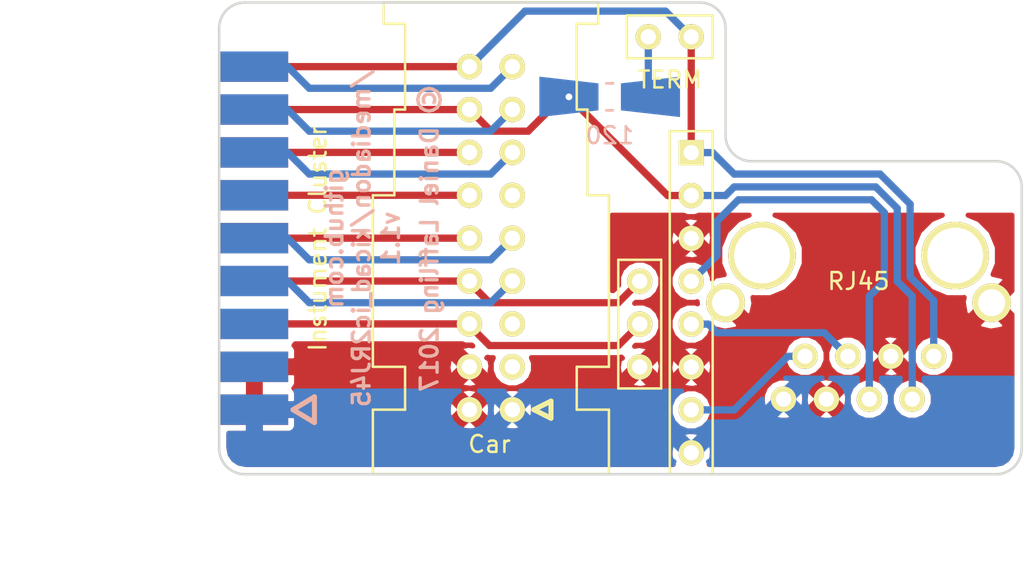
<source format=kicad_pcb>
(kicad_pcb (version 4) (host pcbnew 4.0.2-stable)

  (general
    (links 37)
    (no_connects 0)
    (area 23.800999 23.546999 71.449001 51.637001)
    (thickness 1.6)
    (drawings 17)
    (tracks 78)
    (zones 0)
    (modules 7)
    (nets 25)
  )

  (page A4)
  (layers
    (0 F.Cu signal)
    (31 B.Cu signal)
    (32 B.Adhes user)
    (33 F.Adhes user)
    (34 B.Paste user)
    (35 F.Paste user)
    (36 B.SilkS user)
    (37 F.SilkS user)
    (38 B.Mask user)
    (39 F.Mask user)
    (40 Dwgs.User user)
    (41 Cmts.User user)
    (42 Eco1.User user)
    (43 Eco2.User user)
    (44 Edge.Cuts user)
    (45 Margin user)
    (46 B.CrtYd user)
    (47 F.CrtYd user)
    (48 B.Fab user)
    (49 F.Fab user)
  )

  (setup
    (last_trace_width 0.25)
    (user_trace_width 0.3)
    (user_trace_width 0.4)
    (user_trace_width 0.43)
    (user_trace_width 1)
    (trace_clearance 0.2)
    (zone_clearance 0.35)
    (zone_45_only no)
    (trace_min 0.2)
    (segment_width 0.2)
    (edge_width 0.15)
    (via_size 0.6)
    (via_drill 0.4)
    (via_min_size 0.4)
    (via_min_drill 0.3)
    (user_via 0.5 0.3)
    (user_via 0.6 0.4)
    (uvia_size 0.3)
    (uvia_drill 0.1)
    (uvias_allowed no)
    (uvia_min_size 0.2)
    (uvia_min_drill 0.1)
    (pcb_text_width 0.3)
    (pcb_text_size 1.5 1.5)
    (mod_edge_width 0.15)
    (mod_text_size 1 1)
    (mod_text_width 0.15)
    (pad_size 3.50012 1.99898)
    (pad_drill 0.9)
    (pad_to_mask_clearance 0.2)
    (aux_axis_origin 0 0)
    (visible_elements FFFFFF7F)
    (pcbplotparams
      (layerselection 0x00030_80000001)
      (usegerberextensions false)
      (excludeedgelayer true)
      (linewidth 0.100000)
      (plotframeref false)
      (viasonmask false)
      (mode 1)
      (useauxorigin false)
      (hpglpennumber 1)
      (hpglpenspeed 20)
      (hpglpendiameter 15)
      (hpglpenoverlay 2)
      (psnegative false)
      (psa4output false)
      (plotreference true)
      (plotvalue true)
      (plotinvisibletext false)
      (padsonsilk false)
      (subtractmaskfromsilk false)
      (outputformat 1)
      (mirror false)
      (drillshape 1)
      (scaleselection 1)
      (outputdirectory ""))
  )

  (net 0 "")
  (net 1 VCC)
  (net 2 "Net-(CONN1-Pad2)")
  (net 3 "Net-(CONN1-Pad3)")
  (net 4 "Net-(CONN1-Pad4)")
  (net 5 "Net-(CONN1-Pad5)")
  (net 6 "Net-(CONN1-Pad6)")
  (net 7 "Net-(CONN1-Pad7)")
  (net 8 "Net-(CONN1-Pad8)")
  (net 9 "Net-(CONN1-Pad9)")
  (net 10 GND)
  (net 11 "Net-(CONN1-Pad12)")
  (net 12 "Net-(CONN1-Pad13)")
  (net 13 "Net-(CONN1-Pad14)")
  (net 14 "Net-(CONN1-Pad15)")
  (net 15 "Net-(CONN1-Pad16)")
  (net 16 "Net-(CONN1-Pad17)")
  (net 17 "Net-(CONN1-Pad18)")
  (net 18 "Net-(CONN2-Pad2)")
  (net 19 "Net-(CONN2-Pad3)")
  (net 20 "Net-(CONN2-Pad6)")
  (net 21 "Net-(J1-Pad4)")
  (net 22 "Net-(J1-Pad5)")
  (net 23 "Net-(J1-Pad7)")
  (net 24 "Net-(P2-Pad1)")

  (net_class Default "This is the default net class."
    (clearance 0.2)
    (trace_width 0.25)
    (via_dia 0.6)
    (via_drill 0.4)
    (uvia_dia 0.3)
    (uvia_drill 0.1)
    (add_net GND)
    (add_net "Net-(CONN1-Pad12)")
    (add_net "Net-(CONN1-Pad13)")
    (add_net "Net-(CONN1-Pad14)")
    (add_net "Net-(CONN1-Pad15)")
    (add_net "Net-(CONN1-Pad16)")
    (add_net "Net-(CONN1-Pad17)")
    (add_net "Net-(CONN1-Pad18)")
    (add_net "Net-(CONN1-Pad2)")
    (add_net "Net-(CONN1-Pad3)")
    (add_net "Net-(CONN1-Pad4)")
    (add_net "Net-(CONN1-Pad5)")
    (add_net "Net-(CONN1-Pad6)")
    (add_net "Net-(CONN1-Pad7)")
    (add_net "Net-(CONN1-Pad8)")
    (add_net "Net-(CONN1-Pad9)")
    (add_net "Net-(CONN2-Pad2)")
    (add_net "Net-(CONN2-Pad3)")
    (add_net "Net-(CONN2-Pad6)")
    (add_net "Net-(J1-Pad4)")
    (add_net "Net-(J1-Pad5)")
    (add_net "Net-(J1-Pad7)")
    (add_net "Net-(P2-Pad1)")
    (add_net VCC)
  )

  (module IC_CONN_02x09:IC_CONN_02x09 (layer F.Cu) (tedit 58924825) (tstamp 58920B30)
    (at 39.96 37.58)
    (path /5892012A)
    (fp_text reference . (at -0.082 -9.386) (layer F.SilkS) hide
      (effects (font (size 1 1) (thickness 0.15)))
    )
    (fp_text value Car (at -0.082 12.204) (layer F.SilkS)
      (effects (font (size 1 1) (thickness 0.15)))
    )
    (fp_line (start -6.985 13.97) (end 6.985 13.97) (layer F.SilkS) (width 0.15))
    (fp_line (start 6.985 13.97) (end 6.985 10.16) (layer F.SilkS) (width 0.15))
    (fp_line (start 6.985 10.16) (end 5.08 10.16) (layer F.SilkS) (width 0.15))
    (fp_line (start 5.08 10.16) (end 5.08 7.62) (layer F.SilkS) (width 0.15))
    (fp_line (start 5.08 7.62) (end 6.985 7.62) (layer F.SilkS) (width 0.15))
    (fp_line (start 6.985 7.62) (end 6.985 -2.54) (layer F.SilkS) (width 0.15))
    (fp_line (start 6.985 -2.54) (end 5.715 -2.54) (layer F.SilkS) (width 0.15))
    (fp_line (start 5.715 -2.54) (end 5.715 -7.62) (layer F.SilkS) (width 0.15))
    (fp_line (start 5.715 -7.62) (end 5.08 -7.62) (layer F.SilkS) (width 0.15))
    (fp_line (start 5.08 -7.62) (end 5.08 -12.7) (layer F.SilkS) (width 0.15))
    (fp_line (start 5.08 -12.7) (end 6.35 -12.7) (layer F.SilkS) (width 0.15))
    (fp_line (start 6.35 -12.7) (end 6.35 -13.97) (layer F.SilkS) (width 0.15))
    (fp_line (start 6.35 -13.97) (end -6.35 -13.97) (layer F.SilkS) (width 0.15))
    (fp_line (start -6.35 -13.97) (end -6.35 -12.7) (layer F.SilkS) (width 0.15))
    (fp_line (start -6.35 -12.7) (end -5.08 -12.7) (layer F.SilkS) (width 0.15))
    (fp_line (start -5.08 -12.7) (end -5.08 -7.62) (layer F.SilkS) (width 0.15))
    (fp_line (start -5.08 -7.62) (end -5.715 -7.62) (layer F.SilkS) (width 0.15))
    (fp_line (start -5.715 -7.62) (end -5.715 -2.54) (layer F.SilkS) (width 0.15))
    (fp_line (start -5.715 -2.54) (end -6.985 -2.54) (layer F.SilkS) (width 0.15))
    (fp_line (start -6.985 -2.54) (end -6.985 7.62) (layer F.SilkS) (width 0.15))
    (fp_line (start -6.985 7.62) (end -5.08 7.62) (layer F.SilkS) (width 0.15))
    (fp_line (start -5.08 7.62) (end -5.08 10.16) (layer F.SilkS) (width 0.15))
    (fp_line (start -5.08 10.16) (end -6.985 10.16) (layer F.SilkS) (width 0.15))
    (fp_line (start -6.985 10.16) (end -6.985 13.97) (layer F.SilkS) (width 0.15))
    (fp_line (start 2.54 10.16) (end 3.556 9.652) (layer F.SilkS) (width 0.3))
    (fp_line (start 3.556 9.652) (end 3.556 10.668) (layer F.SilkS) (width 0.3))
    (fp_line (start 3.556 10.668) (end 2.54 10.16) (layer F.SilkS) (width 0.3))
    (pad 1 thru_hole circle (at 1.27 10.16) (size 1.5 1.5) (drill 0.9) (layers *.Cu *.Mask F.SilkS)
      (net 1 VCC))
    (pad 2 thru_hole circle (at 1.27 7.62) (size 1.5 1.5) (drill 0.9) (layers *.Cu *.Mask F.SilkS)
      (net 2 "Net-(CONN1-Pad2)"))
    (pad 3 thru_hole circle (at 1.27 5.08) (size 1.5 1.5) (drill 0.9) (layers *.Cu *.Mask F.SilkS)
      (net 3 "Net-(CONN1-Pad3)"))
    (pad 4 thru_hole circle (at 1.27 2.54) (size 1.5 1.5) (drill 0.9) (layers *.Cu *.Mask F.SilkS)
      (net 4 "Net-(CONN1-Pad4)"))
    (pad 5 thru_hole circle (at 1.27 0) (size 1.5 1.5) (drill 0.9) (layers *.Cu *.Mask F.SilkS)
      (net 5 "Net-(CONN1-Pad5)"))
    (pad 6 thru_hole circle (at 1.27 -2.54) (size 1.5 1.5) (drill 0.9) (layers *.Cu *.Mask F.SilkS)
      (net 6 "Net-(CONN1-Pad6)"))
    (pad 7 thru_hole circle (at 1.27 -5.08) (size 1.5 1.5) (drill 0.9) (layers *.Cu *.Mask F.SilkS)
      (net 7 "Net-(CONN1-Pad7)"))
    (pad 8 thru_hole circle (at 1.27 -7.62) (size 1.5 1.5) (drill 0.9) (layers *.Cu *.Mask F.SilkS)
      (net 8 "Net-(CONN1-Pad8)"))
    (pad 9 thru_hole circle (at 1.27 -10.16) (size 1.5 1.5) (drill 0.9) (layers *.Cu *.Mask F.SilkS)
      (net 9 "Net-(CONN1-Pad9)"))
    (pad 10 thru_hole circle (at -1.27 10.16) (size 1.5 1.5) (drill 0.9) (layers *.Cu *.Mask F.SilkS)
      (net 10 GND))
    (pad 11 thru_hole circle (at -1.27 7.62) (size 1.5 1.5) (drill 0.9) (layers *.Cu *.Mask F.SilkS)
      (net 10 GND))
    (pad 12 thru_hole circle (at -1.27 5.08) (size 1.5 1.5) (drill 0.9) (layers *.Cu *.Mask F.SilkS)
      (net 11 "Net-(CONN1-Pad12)"))
    (pad 13 thru_hole circle (at -1.27 2.54) (size 1.5 1.5) (drill 0.9) (layers *.Cu *.Mask F.SilkS)
      (net 12 "Net-(CONN1-Pad13)"))
    (pad 14 thru_hole circle (at -1.27 0) (size 1.5 1.5) (drill 0.9) (layers *.Cu *.Mask F.SilkS)
      (net 13 "Net-(CONN1-Pad14)"))
    (pad 15 thru_hole circle (at -1.27 -2.54) (size 1.5 1.5) (drill 0.9) (layers *.Cu *.Mask F.SilkS)
      (net 14 "Net-(CONN1-Pad15)"))
    (pad 16 thru_hole circle (at -1.27 -5.08) (size 1.5 1.5) (drill 0.9) (layers *.Cu *.Mask F.SilkS)
      (net 15 "Net-(CONN1-Pad16)"))
    (pad 17 thru_hole circle (at -1.27 -7.62) (size 1.5 1.5) (drill 0.9) (layers *.Cu *.Mask F.SilkS)
      (net 16 "Net-(CONN1-Pad17)"))
    (pad 18 thru_hole circle (at -1.27 -10.16) (size 1.5 1.5) (drill 0.9) (layers *.Cu *.Mask F.SilkS)
      (net 17 "Net-(CONN1-Pad18)"))
  )

  (module RJ45_Pollin:RJ45_Pollin (layer F.Cu) (tedit 589245BC) (tstamp 58923DC8)
    (at 61.722 40.132 180)
    (path /5891FAD6)
    (fp_text reference J1 (at 0 -12.7 180) (layer F.SilkS) hide
      (effects (font (size 1 1) (thickness 0.15)))
    )
    (fp_text value RJ45 (at 0 0 180) (layer F.SilkS)
      (effects (font (size 1 1) (thickness 0.15)))
    )
    (fp_line (start 6.985 3.175) (end 6.985 3.175) (layer F.SilkS) (width 0.15))
    (pad 1 thru_hole circle (at -4.445 -4.445 180) (size 1.5 1.5) (drill 0.9) (layers *.Cu *.Mask F.SilkS)
      (net 17 "Net-(CONN1-Pad18)"))
    (pad 2 thru_hole circle (at -3.175 -6.985 180) (size 1.5 1.5) (drill 0.9) (layers *.Cu *.Mask F.SilkS)
      (net 16 "Net-(CONN1-Pad17)"))
    (pad 3 thru_hole circle (at -1.905 -4.445 180) (size 1.5 1.5) (drill 0.9) (layers *.Cu *.Mask F.SilkS)
      (net 10 GND))
    (pad 4 thru_hole circle (at -0.635 -6.985 180) (size 1.5 1.5) (drill 0.9) (layers *.Cu *.Mask F.SilkS)
      (net 21 "Net-(J1-Pad4)"))
    (pad 5 thru_hole circle (at 0.635 -4.445 180) (size 1.5 1.5) (drill 0.9) (layers *.Cu *.Mask F.SilkS)
      (net 22 "Net-(J1-Pad5)"))
    (pad 6 thru_hole circle (at 1.905 -6.985 180) (size 1.5 1.5) (drill 0.9) (layers *.Cu *.Mask F.SilkS)
      (net 10 GND))
    (pad 7 thru_hole circle (at 3.175 -4.445 180) (size 1.5 1.5) (drill 0.9) (layers *.Cu *.Mask F.SilkS)
      (net 23 "Net-(J1-Pad7)"))
    (pad 8 thru_hole circle (at 4.445 -6.985 180) (size 1.5 1.5) (drill 0.9) (layers *.Cu *.Mask F.SilkS)
      (net 1 VCC))
    (pad "" thru_hole circle (at -5.715 1.524 180) (size 4 4) (drill 3.3) (layers *.Cu *.Mask F.SilkS))
    (pad "" thru_hole circle (at 5.715 1.524 180) (size 4 4) (drill 3.3) (layers *.Cu *.Mask F.SilkS))
    (pad 9 thru_hole circle (at 7.874 -1.27 180) (size 2.3 2.3) (drill 1.6) (layers *.Cu *.Mask F.SilkS)
      (net 10 GND))
    (pad 9 thru_hole circle (at -7.874 -1.27 180) (size 2.3 2.3) (drill 1.6) (layers *.Cu *.Mask F.SilkS)
      (net 10 GND))
  )

  (module Pin_Headers:Pin_Header_Straight_2x01 (layer F.Cu) (tedit 5892466D) (tstamp 58920B61)
    (at 50.546 25.654)
    (descr "Through hole pin header")
    (tags "pin header")
    (path /5891FB3B)
    (fp_text reference . (at 0 -0.254) (layer F.SilkS) hide
      (effects (font (size 1 1) (thickness 0.15)))
    )
    (fp_text value TERM (at 0 2.54) (layer F.SilkS)
      (effects (font (size 1 1) (thickness 0.15)))
    )
    (fp_line (start 0 -1.27) (end -2.54 -1.27) (layer F.SilkS) (width 0.15))
    (fp_line (start -2.54 -1.27) (end -2.54 1.27) (layer F.SilkS) (width 0.15))
    (fp_line (start -3.02 -1.75) (end -3.02 1.75) (layer F.CrtYd) (width 0.05))
    (fp_line (start 3.03 -1.75) (end 3.03 1.75) (layer F.CrtYd) (width 0.05))
    (fp_line (start -3.02 -1.75) (end 3.03 -1.75) (layer F.CrtYd) (width 0.05))
    (fp_line (start -3.02 1.75) (end 3.03 1.75) (layer F.CrtYd) (width 0.05))
    (fp_line (start -2.54 1.27) (end 0 1.27) (layer F.SilkS) (width 0.15))
    (fp_line (start 2.54 -1.27) (end 0 -1.27) (layer F.SilkS) (width 0.15))
    (fp_line (start 0 1.27) (end 2.54 1.27) (layer F.SilkS) (width 0.15))
    (fp_line (start 2.54 1.27) (end 2.54 -1.27) (layer F.SilkS) (width 0.15))
    (pad 1 thru_hole circle (at -1.27 0) (size 1.5 1.5) (drill 0.9) (layers *.Cu *.Mask F.SilkS)
      (net 24 "Net-(P2-Pad1)"))
    (pad 2 thru_hole circle (at 1.27 0) (size 1.5 1.5) (drill 0.9) (layers *.Cu *.Mask F.SilkS)
      (net 17 "Net-(CONN1-Pad18)"))
    (model Pin_Headers.3dshapes/Pin_Header_Straight_2x01.wrl
      (at (xyz 0.05 0 0))
      (scale (xyz 1 1 1))
      (rotate (xyz 0 0 90))
    )
  )

  (module Pin_Headers:Pin_Header_Straight_1x03 (layer F.Cu) (tedit 5892467F) (tstamp 58920B5B)
    (at 48.768 45.212 180)
    (descr "Through hole pin header")
    (tags "pin header")
    (path /5891FC6C)
    (fp_text reference P1 (at 0 -2.286 180) (layer F.SilkS) hide
      (effects (font (size 1 1) (thickness 0.15)))
    )
    (fp_text value . (at 0 1.778 180) (layer F.Fab) hide
      (effects (font (size 1 1) (thickness 0.15)))
    )
    (fp_line (start -1.27 1.27) (end -1.27 -1.27) (layer F.SilkS) (width 0.15))
    (fp_line (start -1.27 -1.27) (end 1.27 -1.27) (layer F.SilkS) (width 0.15))
    (fp_line (start 1.27 -1.27) (end 1.27 1.27) (layer F.SilkS) (width 0.15))
    (fp_line (start -1.75 -1.75) (end -1.75 6.85) (layer F.CrtYd) (width 0.05))
    (fp_line (start 1.75 -1.75) (end 1.75 6.85) (layer F.CrtYd) (width 0.05))
    (fp_line (start -1.75 -1.75) (end 1.75 -1.75) (layer F.CrtYd) (width 0.05))
    (fp_line (start -1.75 6.85) (end 1.75 6.85) (layer F.CrtYd) (width 0.05))
    (fp_line (start -1.27 1.27) (end -1.27 6.35) (layer F.SilkS) (width 0.15))
    (fp_line (start -1.27 6.35) (end 1.27 6.35) (layer F.SilkS) (width 0.15))
    (fp_line (start 1.27 6.35) (end 1.27 1.27) (layer F.SilkS) (width 0.15))
    (pad 1 thru_hole circle (at 0 0 180) (size 1.5 1.5) (drill 0.9) (layers *.Cu *.Mask F.SilkS)
      (net 10 GND))
    (pad 2 thru_hole circle (at 0 2.54 180) (size 1.5 1.5) (drill 0.9) (layers *.Cu *.Mask F.SilkS)
      (net 11 "Net-(CONN1-Pad12)"))
    (pad 3 thru_hole circle (at 0 5.08 180) (size 1.5 1.5) (drill 0.9) (layers *.Cu *.Mask F.SilkS)
      (net 12 "Net-(CONN1-Pad13)"))
    (model Pin_Headers.3dshapes/Pin_Header_Straight_1x03.wrl
      (at (xyz 0 -0.1 0))
      (scale (xyz 1 1 1))
      (rotate (xyz 0 0 90))
    )
  )

  (module Pin_Headers:Pin_Header_Straight_1x08 (layer F.Cu) (tedit 58924672) (tstamp 58920B6D)
    (at 51.816 32.512)
    (descr "Through hole pin header")
    (tags "pin header")
    (path /5891FECB)
    (fp_text reference P3 (at -2.286 0) (layer F.SilkS) hide
      (effects (font (size 1 1) (thickness 0.15)))
    )
    (fp_text value . (at 0.762 -4.318) (layer F.Fab) hide
      (effects (font (size 1 1) (thickness 0.15)))
    )
    (fp_line (start 1.27 1.27) (end 1.27 -1.27) (layer F.SilkS) (width 0.15))
    (fp_line (start 1.27 -1.27) (end -1.27 -1.27) (layer F.SilkS) (width 0.15))
    (fp_line (start -1.27 -1.27) (end -1.27 1.27) (layer F.SilkS) (width 0.15))
    (fp_line (start -1.75 -1.75) (end -1.75 19.55) (layer F.CrtYd) (width 0.05))
    (fp_line (start 1.75 -1.75) (end 1.75 19.55) (layer F.CrtYd) (width 0.05))
    (fp_line (start -1.75 -1.75) (end 1.75 -1.75) (layer F.CrtYd) (width 0.05))
    (fp_line (start -1.75 19.55) (end 1.75 19.55) (layer F.CrtYd) (width 0.05))
    (fp_line (start 1.27 1.27) (end 1.27 19.05) (layer F.SilkS) (width 0.15))
    (fp_line (start 1.27 19.05) (end -1.27 19.05) (layer F.SilkS) (width 0.15))
    (fp_line (start -1.27 19.05) (end -1.27 1.27) (layer F.SilkS) (width 0.15))
    (pad 1 thru_hole rect (at 0 0) (size 1.5 1.5) (drill 0.9) (layers *.Cu *.Mask F.SilkS)
      (net 17 "Net-(CONN1-Pad18)"))
    (pad 2 thru_hole circle (at 0 2.54) (size 1.5 1.5) (drill 0.9) (layers *.Cu *.Mask F.SilkS)
      (net 16 "Net-(CONN1-Pad17)"))
    (pad 3 thru_hole circle (at 0 5.08) (size 1.5 1.5) (drill 0.9) (layers *.Cu *.Mask F.SilkS)
      (net 10 GND))
    (pad 4 thru_hole circle (at 0 7.62) (size 1.5 1.5) (drill 0.9) (layers *.Cu *.Mask F.SilkS)
      (net 21 "Net-(J1-Pad4)"))
    (pad 5 thru_hole circle (at 0 10.16) (size 1.5 1.5) (drill 0.9) (layers *.Cu *.Mask F.SilkS)
      (net 22 "Net-(J1-Pad5)"))
    (pad 6 thru_hole circle (at 0 12.7) (size 1.5 1.5) (drill 0.9) (layers *.Cu *.Mask F.SilkS)
      (net 10 GND))
    (pad 7 thru_hole circle (at 0 15.24) (size 1.5 1.5) (drill 0.9) (layers *.Cu *.Mask F.SilkS)
      (net 23 "Net-(J1-Pad7)"))
    (pad 8 thru_hole circle (at 0 17.78) (size 1.5 1.5) (drill 0.9) (layers *.Cu *.Mask F.SilkS)
      (net 1 VCC))
    (model Pin_Headers.3dshapes/Pin_Header_Straight_1x08.wrl
      (at (xyz 0 -0.35 0))
      (scale (xyz 1 1 1))
      (rotate (xyz 0 0 90))
    )
  )

  (module IC_CONN_02x09_axial:IC_CONN_02x09_axial (layer F.Cu) (tedit 589245EF) (tstamp 58920B46)
    (at 25.96 37.58)
    (path /5891FA94)
    (fp_text reference . (at -3.048 0 90) (layer F.SilkS) hide
      (effects (font (size 1 1) (thickness 0.15)))
    )
    (fp_text value "Instument Cluster" (at 3.758 0.012 90) (layer F.SilkS)
      (effects (font (size 1 1) (thickness 0.15)))
    )
    (fp_line (start 2.286 10.16) (end 3.556 9.398) (layer B.SilkS) (width 0.3))
    (fp_line (start 3.556 9.398) (end 3.556 10.922) (layer B.SilkS) (width 0.3))
    (fp_line (start 3.556 10.922) (end 2.286 10.16) (layer B.SilkS) (width 0.3))
    (pad 1 smd rect (at 0 10.16) (size 4 1.8) (layers B.Cu B.Paste B.Mask)
      (net 1 VCC))
    (pad 2 smd rect (at 0 7.62) (size 4 1.8) (layers B.Cu B.Paste B.Mask)
      (net 18 "Net-(CONN2-Pad2)"))
    (pad 3 smd rect (at 0 5.08) (size 4 1.8) (layers B.Cu B.Paste B.Mask)
      (net 19 "Net-(CONN2-Pad3)"))
    (pad 4 smd rect (at 0 2.54) (size 4 1.8) (layers B.Cu B.Paste B.Mask)
      (net 4 "Net-(CONN1-Pad4)"))
    (pad 5 smd rect (at 0 0) (size 4 1.8) (layers B.Cu B.Paste B.Mask)
      (net 5 "Net-(CONN1-Pad5)"))
    (pad 6 smd rect (at 0 -2.54) (size 4 1.8) (layers B.Cu B.Paste B.Mask)
      (net 20 "Net-(CONN2-Pad6)"))
    (pad 7 smd rect (at 0 -5.08) (size 4 1.8) (layers B.Cu B.Paste B.Mask)
      (net 7 "Net-(CONN1-Pad7)"))
    (pad 8 smd rect (at 0 -7.62) (size 4 1.8) (layers B.Cu B.Paste B.Mask)
      (net 8 "Net-(CONN1-Pad8)"))
    (pad 9 smd rect (at 0 -10.16) (size 4 1.8) (layers B.Cu B.Paste B.Mask)
      (net 9 "Net-(CONN1-Pad9)"))
    (pad 10 smd rect (at 0 10.16) (size 4 1.8) (layers F.Cu F.Paste F.Mask)
      (net 10 GND))
    (pad 11 smd rect (at 0 7.62) (size 4 1.8) (layers F.Cu F.Paste F.Mask)
      (net 10 GND))
    (pad 12 smd rect (at 0 5.08) (size 4 1.8) (layers F.Cu F.Paste F.Mask)
      (net 11 "Net-(CONN1-Pad12)"))
    (pad 13 smd rect (at 0 2.54) (size 4 1.8) (layers F.Cu F.Paste F.Mask)
      (net 12 "Net-(CONN1-Pad13)"))
    (pad 14 smd rect (at 0 0) (size 4 1.8) (layers F.Cu F.Paste F.Mask)
      (net 13 "Net-(CONN1-Pad14)"))
    (pad 15 smd rect (at 0 -2.54) (size 4 1.8) (layers F.Cu F.Paste F.Mask)
      (net 14 "Net-(CONN1-Pad15)"))
    (pad 16 smd rect (at 0 -5.08) (size 4 1.8) (layers F.Cu F.Paste F.Mask)
      (net 15 "Net-(CONN1-Pad16)"))
    (pad 17 smd rect (at 0 -7.62) (size 4 1.8) (layers F.Cu F.Paste F.Mask)
      (net 16 "Net-(CONN1-Pad17)"))
    (pad 18 smd rect (at 0 -10.16) (size 4 1.8) (layers F.Cu F.Paste F.Mask)
      (net 17 "Net-(CONN1-Pad18)"))
  )

  (module Resistors_Universal:Resistor_SMDuniversal_0805to1206_HandSoldering (layer B.Cu) (tedit 589245E0) (tstamp 58920B73)
    (at 46.99 29.21 180)
    (descr "Resistor, SMD, universal, 0805 to 1206, Hand soldering,")
    (tags "Resistor, SMD, universal, 0805 to 1206, Hand soldering,")
    (path /5891FBC2)
    (fp_text reference R1 (at 0.09906 3.0988 180) (layer B.SilkS) hide
      (effects (font (size 1 1) (thickness 0.15)) (justify mirror))
    )
    (fp_text value 120 (at 0 -2.286 180) (layer B.SilkS)
      (effects (font (size 1 1) (thickness 0.15)) (justify mirror))
    )
    (fp_line (start 0 -0.8001) (end 0.20066 -0.8001) (layer B.SilkS) (width 0.15))
    (fp_line (start 0 -0.8001) (end -0.20066 -0.8001) (layer B.SilkS) (width 0.15))
    (fp_line (start -0.09906 0.8001) (end -0.20066 0.8001) (layer B.SilkS) (width 0.15))
    (fp_line (start -0.20066 0.8001) (end 0.20066 0.8001) (layer B.SilkS) (width 0.15))
    (pad 1 smd trapezoid (at -2.413 0 180) (size 3.50012 1.99898) (rect_delta 0.39878 0 ) (layers B.Cu B.Paste B.Mask)
      (net 24 "Net-(P2-Pad1)"))
    (pad 2 smd trapezoid (at 2.413 0) (size 3.50012 1.99898) (rect_delta 0.39878 0 ) (layers B.Cu B.Paste B.Mask)
      (net 16 "Net-(CONN1-Pad17)"))
  )

  (gr_text "© Daniel Laffling 2017" (at 36.322 37.592 90) (layer B.SilkS)
    (effects (font (size 1 1) (thickness 0.2)) (justify mirror))
  )
  (gr_text "github.com\n/mediadon/kicad_ic2RJ45" (at 31.496 37.592 90) (layer B.SilkS)
    (effects (font (size 1 1) (thickness 0.2)) (justify mirror))
  )
  (gr_text v1.1 (at 34.036 37.592 90) (layer B.SilkS)
    (effects (font (size 1 1) (thickness 0.2)) (justify mirror))
  )
  (dimension 27.94 (width 0.3) (layer Eco1.User)
    (gr_text "27.940 mm" (at 17.192 37.592 270) (layer Eco1.User)
      (effects (font (size 1.5 1.5) (thickness 0.3)))
    )
    (feature1 (pts (xy 23.876 51.562) (xy 15.842 51.562)))
    (feature2 (pts (xy 23.876 23.622) (xy 15.842 23.622)))
    (crossbar (pts (xy 18.542 23.622) (xy 18.542 51.562)))
    (arrow1a (pts (xy 18.542 51.562) (xy 17.955579 50.435496)))
    (arrow1b (pts (xy 18.542 51.562) (xy 19.128421 50.435496)))
    (arrow2a (pts (xy 18.542 23.622) (xy 17.955579 24.748504)))
    (arrow2b (pts (xy 18.542 23.622) (xy 19.128421 24.748504)))
  )
  (dimension 47.498 (width 0.3) (layer Eco1.User)
    (gr_text "47.498 mm" (at 47.625 57.992) (layer Eco1.User)
      (effects (font (size 1.5 1.5) (thickness 0.3)))
    )
    (feature1 (pts (xy 71.374 52.324) (xy 71.374 59.342)))
    (feature2 (pts (xy 23.876 52.324) (xy 23.876 59.342)))
    (crossbar (pts (xy 23.876 56.642) (xy 71.374 56.642)))
    (arrow1a (pts (xy 71.374 56.642) (xy 70.247496 57.228421)))
    (arrow1b (pts (xy 71.374 56.642) (xy 70.247496 56.055579)))
    (arrow2a (pts (xy 23.876 56.642) (xy 25.002504 57.228421)))
    (arrow2b (pts (xy 23.876 56.642) (xy 25.002504 56.055579)))
  )
  (gr_line (start 25.4 23.622) (end 52.324 23.622) (angle 90) (layer Edge.Cuts) (width 0.15))
  (gr_line (start 25.4 51.562) (end 69.85 51.562) (angle 90) (layer Edge.Cuts) (width 0.15))
  (gr_line (start 71.374 34.544) (end 71.374 50.038) (angle 90) (layer Edge.Cuts) (width 0.15))
  (gr_line (start 55.372 33.02) (end 69.85 33.02) (angle 90) (layer Edge.Cuts) (width 0.15))
  (gr_line (start 53.848 25.146) (end 53.848 31.496) (angle 90) (layer Edge.Cuts) (width 0.15))
  (gr_arc (start 52.324 25.146) (end 52.324 23.622) (angle 90) (layer Edge.Cuts) (width 0.15))
  (gr_arc (start 55.372 31.496) (end 55.372 33.02) (angle 90) (layer Edge.Cuts) (width 0.15))
  (gr_line (start 23.876 25.146) (end 23.876 50.038) (angle 90) (layer Edge.Cuts) (width 0.15))
  (gr_arc (start 69.85 34.544) (end 69.85 33.02) (angle 90) (layer Edge.Cuts) (width 0.15))
  (gr_arc (start 69.85 50.038) (end 71.374 50.038) (angle 90) (layer Edge.Cuts) (width 0.15))
  (gr_arc (start 25.4 50.038) (end 25.4 51.562) (angle 90) (layer Edge.Cuts) (width 0.15))
  (gr_arc (start 25.4 25.146) (end 23.876 25.146) (angle 90) (layer Edge.Cuts) (width 0.15))

  (segment (start 25.96 40.12) (end 27.928 40.12) (width 0.43) (layer B.Cu) (net 4))
  (segment (start 27.928 40.12) (end 29.21 41.402) (width 0.43) (layer B.Cu) (net 4) (tstamp 589216CA))
  (segment (start 29.21 41.402) (end 39.948 41.402) (width 0.43) (layer B.Cu) (net 4) (tstamp 589216CC))
  (segment (start 39.948 41.402) (end 41.23 40.12) (width 0.43) (layer B.Cu) (net 4) (tstamp 589216D0))
  (segment (start 25.96 37.58) (end 27.928 37.58) (width 0.43) (layer B.Cu) (net 5))
  (segment (start 27.928 37.58) (end 29.21 38.862) (width 0.43) (layer B.Cu) (net 5) (tstamp 58921079))
  (segment (start 29.21 38.862) (end 39.948 38.862) (width 0.43) (layer B.Cu) (net 5) (tstamp 5892107E))
  (segment (start 39.948 38.862) (end 41.23 37.58) (width 0.43) (layer B.Cu) (net 5) (tstamp 5892108B))
  (segment (start 25.96 32.5) (end 27.928 32.5) (width 0.43) (layer B.Cu) (net 7))
  (segment (start 27.928 32.5) (end 29.21 33.782) (width 0.43) (layer B.Cu) (net 7) (tstamp 58921665))
  (segment (start 29.21 33.782) (end 39.948 33.782) (width 0.43) (layer B.Cu) (net 7) (tstamp 5892166E))
  (segment (start 39.948 33.782) (end 41.23 32.5) (width 0.43) (layer B.Cu) (net 7) (tstamp 58921673))
  (segment (start 25.96 29.96) (end 27.928 29.96) (width 0.43) (layer B.Cu) (net 8))
  (segment (start 27.928 29.96) (end 29.21 31.242) (width 0.43) (layer B.Cu) (net 8) (tstamp 5892167A))
  (segment (start 29.21 31.242) (end 39.948 31.242) (width 0.43) (layer B.Cu) (net 8) (tstamp 5892167D))
  (segment (start 39.948 31.242) (end 41.23 29.96) (width 0.43) (layer B.Cu) (net 8) (tstamp 58921682))
  (segment (start 25.96 27.42) (end 27.928 27.42) (width 0.43) (layer B.Cu) (net 9))
  (segment (start 27.928 27.42) (end 29.21 28.702) (width 0.43) (layer B.Cu) (net 9) (tstamp 58921688))
  (segment (start 29.21 28.702) (end 39.948 28.702) (width 0.43) (layer B.Cu) (net 9) (tstamp 5892168E))
  (segment (start 39.948 28.702) (end 41.23 27.42) (width 0.43) (layer B.Cu) (net 9) (tstamp 58921691))
  (segment (start 38.69 45.2) (end 39.104 45.2) (width 0.43) (layer F.Cu) (net 10))
  (segment (start 38.69 42.66) (end 38.69 42.754) (width 0.43) (layer F.Cu) (net 11))
  (segment (start 38.69 42.754) (end 39.878 43.942) (width 0.43) (layer F.Cu) (net 11) (tstamp 58921C8C))
  (segment (start 47.498 43.942) (end 48.768 42.672) (width 0.43) (layer F.Cu) (net 11) (tstamp 58921C95))
  (segment (start 39.878 43.942) (end 47.498 43.942) (width 0.43) (layer F.Cu) (net 11) (tstamp 58921C92))
  (segment (start 25.96 42.66) (end 38.69 42.66) (width 0.43) (layer F.Cu) (net 11))
  (segment (start 38.69 40.12) (end 38.69 40.214) (width 0.43) (layer F.Cu) (net 12))
  (segment (start 38.69 40.214) (end 39.878 41.402) (width 0.43) (layer F.Cu) (net 12) (tstamp 58921C9A))
  (segment (start 47.498 41.402) (end 48.768 40.132) (width 0.43) (layer F.Cu) (net 12) (tstamp 58921CA3))
  (segment (start 39.878 41.402) (end 47.498 41.402) (width 0.43) (layer F.Cu) (net 12) (tstamp 58921C9F))
  (segment (start 25.96 40.12) (end 38.69 40.12) (width 0.43) (layer F.Cu) (net 12))
  (segment (start 25.96 37.58) (end 38.69 37.58) (width 0.43) (layer F.Cu) (net 13))
  (segment (start 25.96 35.04) (end 38.69 35.04) (width 0.43) (layer F.Cu) (net 14))
  (segment (start 25.96 32.5) (end 38.69 32.5) (width 0.43) (layer F.Cu) (net 15))
  (segment (start 64.897 47.117) (end 64.897 41.021) (width 0.43) (layer B.Cu) (net 16))
  (segment (start 53.848 35.052) (end 51.816 35.052) (width 0.43) (layer B.Cu) (net 16) (tstamp 589241A9))
  (segment (start 54.356 34.544) (end 53.848 35.052) (width 0.43) (layer B.Cu) (net 16) (tstamp 589241A3))
  (segment (start 62.738 34.544) (end 54.356 34.544) (width 0.43) (layer B.Cu) (net 16) (tstamp 58924191))
  (segment (start 64.008 35.814) (end 62.738 34.544) (width 0.43) (layer B.Cu) (net 16) (tstamp 5892418C))
  (segment (start 64.008 40.132) (end 64.008 35.814) (width 0.43) (layer B.Cu) (net 16) (tstamp 58924185))
  (segment (start 64.897 41.021) (end 64.008 40.132) (width 0.43) (layer B.Cu) (net 16) (tstamp 58924176))
  (segment (start 44.577 29.21) (end 44.196 29.21) (width 0.43) (layer F.Cu) (net 16))
  (segment (start 50.419 35.052) (end 44.577 29.21) (width 0.43) (layer F.Cu) (net 16) (tstamp 589216F0))
  (segment (start 51.816 35.052) (end 50.419 35.052) (width 0.43) (layer F.Cu) (net 16) (tstamp 589216F1))
  (via (at 44.577 29.21) (size 0.6) (drill 0.4) (layers F.Cu B.Cu) (net 16))
  (segment (start 39.972 31.242) (end 38.69 29.96) (width 0.43) (layer F.Cu) (net 16) (tstamp 58921723))
  (segment (start 42.164 31.242) (end 39.972 31.242) (width 0.43) (layer F.Cu) (net 16) (tstamp 5892171D))
  (segment (start 44.196 29.21) (end 42.164 31.242) (width 0.43) (layer F.Cu) (net 16) (tstamp 5892170B))
  (segment (start 25.96 29.96) (end 38.69 29.96) (width 0.43) (layer F.Cu) (net 16))
  (segment (start 51.816 32.512) (end 53.086 32.512) (width 0.43) (layer B.Cu) (net 17))
  (segment (start 66.167 41.275) (end 66.167 44.577) (width 0.43) (layer B.Cu) (net 17) (tstamp 5892408D))
  (segment (start 64.77 39.878) (end 66.167 41.275) (width 0.43) (layer B.Cu) (net 17) (tstamp 58924089))
  (segment (start 64.77 35.56) (end 64.77 39.878) (width 0.43) (layer B.Cu) (net 17) (tstamp 5892407C))
  (segment (start 62.992 33.782) (end 64.77 35.56) (width 0.43) (layer B.Cu) (net 17) (tstamp 58924070))
  (segment (start 54.356 33.782) (end 62.992 33.782) (width 0.43) (layer B.Cu) (net 17) (tstamp 5892406A))
  (segment (start 53.086 32.512) (end 54.356 33.782) (width 0.43) (layer B.Cu) (net 17) (tstamp 5892405B))
  (segment (start 51.816 25.654) (end 51.816 32.512) (width 0.43) (layer F.Cu) (net 17))
  (segment (start 51.816 25.654) (end 50.292 24.13) (width 0.43) (layer B.Cu) (net 17))
  (segment (start 41.98 24.13) (end 38.69 27.42) (width 0.43) (layer B.Cu) (net 17) (tstamp 58921757))
  (segment (start 50.292 24.13) (end 41.98 24.13) (width 0.43) (layer B.Cu) (net 17) (tstamp 5892174B))
  (segment (start 25.96 27.42) (end 38.69 27.42) (width 0.43) (layer F.Cu) (net 17))
  (segment (start 62.357 47.117) (end 62.357 41.021) (width 0.43) (layer B.Cu) (net 21))
  (segment (start 53.34 38.608) (end 51.816 40.132) (width 0.43) (layer B.Cu) (net 21) (tstamp 589241E5))
  (segment (start 53.34 36.576) (end 53.34 38.608) (width 0.43) (layer B.Cu) (net 21) (tstamp 589241E3))
  (segment (start 54.61 35.306) (end 53.34 36.576) (width 0.43) (layer B.Cu) (net 21) (tstamp 589241DC))
  (segment (start 62.484 35.306) (end 54.61 35.306) (width 0.43) (layer B.Cu) (net 21) (tstamp 589241D4))
  (segment (start 63.246 36.068) (end 62.484 35.306) (width 0.43) (layer B.Cu) (net 21) (tstamp 589241CE))
  (segment (start 63.246 40.132) (end 63.246 36.068) (width 0.43) (layer B.Cu) (net 21) (tstamp 589241C9))
  (segment (start 62.357 41.021) (end 63.246 40.132) (width 0.43) (layer B.Cu) (net 21) (tstamp 589241C2))
  (segment (start 51.816 42.672) (end 52.832 42.672) (width 0.43) (layer B.Cu) (net 22))
  (segment (start 59.69 43.18) (end 61.087 44.577) (width 0.43) (layer B.Cu) (net 22) (tstamp 58924202))
  (segment (start 53.34 43.18) (end 59.69 43.18) (width 0.43) (layer B.Cu) (net 22) (tstamp 589241F9))
  (segment (start 52.832 42.672) (end 53.34 43.18) (width 0.43) (layer B.Cu) (net 22) (tstamp 589241F5))
  (segment (start 51.816 47.752) (end 54.356 47.752) (width 0.43) (layer B.Cu) (net 23))
  (segment (start 57.531 44.577) (end 58.547 44.577) (width 0.43) (layer B.Cu) (net 23) (tstamp 5892421F))
  (segment (start 54.356 47.752) (end 57.531 44.577) (width 0.43) (layer B.Cu) (net 23) (tstamp 58924216))
  (segment (start 49.276 25.654) (end 49.276 29.083) (width 0.43) (layer B.Cu) (net 24))
  (segment (start 49.276 29.083) (end 49.403 29.21) (width 0.43) (layer B.Cu) (net 24) (tstamp 58921739))

  (zone (net 10) (net_name GND) (layer F.Cu) (tstamp 58924961) (hatch edge 0.508)
    (connect_pads (clearance 0.35))
    (min_thickness 0.3)
    (fill yes (arc_segments 16) (thermal_gap 0.35) (thermal_bridge_width 1))
    (polygon
      (pts
        (xy 71.374 51.562) (xy 23.876 51.562) (xy 23.876 43.688) (xy 46.99 43.688) (xy 46.99 36.068)
        (xy 71.374 36.068) (xy 71.374 51.562)
      )
    )
    (filled_polygon
      (pts
        (xy 51.566269 36.301783) (xy 52.06355 36.302217) (xy 52.26737 36.218) (xy 55.244632 36.218) (xy 54.592714 36.487367)
        (xy 53.888839 37.190015) (xy 53.507435 38.108538) (xy 53.506567 39.103099) (xy 53.770207 39.741158) (xy 53.244894 39.831497)
        (xy 53.163947 39.865026) (xy 53.066103 40.014722) (xy 53.066217 39.88445) (xy 52.876316 39.424857) (xy 52.524993 39.072919)
        (xy 52.065731 38.882217) (xy 51.56845 38.881783) (xy 51.108857 39.071684) (xy 50.756919 39.423007) (xy 50.566217 39.882269)
        (xy 50.565783 40.37955) (xy 50.755684 40.839143) (xy 51.107007 41.191081) (xy 51.566269 41.381783) (xy 52.06355 41.382217)
        (xy 52.170838 41.337886) (xy 52.166246 41.358192) (xy 52.185833 41.472088) (xy 52.065731 41.422217) (xy 51.56845 41.421783)
        (xy 51.108857 41.611684) (xy 50.756919 41.963007) (xy 50.566217 42.422269) (xy 50.565783 42.91955) (xy 50.755684 43.379143)
        (xy 51.107007 43.731081) (xy 51.566269 43.921783) (xy 52.06355 43.922217) (xy 52.523143 43.732316) (xy 52.875081 43.380993)
        (xy 53.065783 42.921731) (xy 53.065899 42.788966) (xy 53.163947 42.938974) (xy 53.804192 43.083754) (xy 54.451106 42.972503)
        (xy 54.532053 42.938974) (xy 54.673537 42.722511) (xy 68.770463 42.722511) (xy 68.911947 42.938974) (xy 69.552192 43.083754)
        (xy 70.199106 42.972503) (xy 70.280053 42.938974) (xy 70.421537 42.722511) (xy 69.596 41.896975) (xy 68.770463 42.722511)
        (xy 54.673537 42.722511) (xy 53.848 41.896975) (xy 53.833858 41.911117) (xy 53.338883 41.416142) (xy 53.353025 41.402)
        (xy 53.338883 41.387858) (xy 53.833858 40.892883) (xy 53.848 40.907025) (xy 53.862142 40.892883) (xy 54.357117 41.387858)
        (xy 54.342975 41.402) (xy 55.168511 42.227537) (xy 55.384974 42.086053) (xy 55.529754 41.445808) (xy 55.468821 41.091488)
        (xy 55.507538 41.107565) (xy 56.502099 41.108433) (xy 57.421286 40.728633) (xy 58.125161 40.025985) (xy 58.506565 39.107462)
        (xy 58.507433 38.112901) (xy 58.127633 37.193714) (xy 57.424985 36.489839) (xy 56.770324 36.218) (xy 66.674632 36.218)
        (xy 66.022714 36.487367) (xy 65.318839 37.190015) (xy 64.937435 38.108538) (xy 64.936567 39.103099) (xy 65.316367 40.022286)
        (xy 66.019015 40.726161) (xy 66.937538 41.107565) (xy 67.932099 41.108433) (xy 67.974706 41.090828) (xy 67.914246 41.358192)
        (xy 68.025497 42.005106) (xy 68.059026 42.086053) (xy 68.275489 42.227537) (xy 69.101025 41.402) (xy 69.086883 41.387858)
        (xy 69.581858 40.892883) (xy 69.596 40.907025) (xy 70.421537 40.081489) (xy 70.280053 39.865026) (xy 69.678483 39.728992)
        (xy 69.936565 39.107462) (xy 69.937433 38.112901) (xy 69.557633 37.193714) (xy 68.854985 36.489839) (xy 68.200324 36.218)
        (xy 70.799 36.218) (xy 70.799 40.693974) (xy 70.090975 41.402) (xy 70.799 42.110026) (xy 70.799 49.98137)
        (xy 70.716355 50.396855) (xy 70.513078 50.70108) (xy 70.208857 50.904353) (xy 69.793369 50.987) (xy 52.880891 50.987)
        (xy 53.065783 50.541731) (xy 53.066217 50.04445) (xy 52.876316 49.584857) (xy 52.524993 49.232919) (xy 52.065731 49.042217)
        (xy 51.56845 49.041783) (xy 51.108857 49.231684) (xy 50.756919 49.583007) (xy 50.566217 50.042269) (xy 50.565783 50.53955)
        (xy 50.750667 50.987) (xy 25.45663 50.987) (xy 25.041145 50.904355) (xy 24.73692 50.701078) (xy 24.533647 50.396857)
        (xy 24.451 49.981369) (xy 24.451 49.14) (xy 25.485 49.14) (xy 25.61 49.015) (xy 25.61 48.09)
        (xy 26.31 48.09) (xy 26.31 49.015) (xy 26.435 49.14) (xy 28.059456 49.14) (xy 28.243227 49.06388)
        (xy 28.383879 48.923227) (xy 28.450784 48.761705) (xy 38.16327 48.761705) (xy 38.252832 48.937166) (xy 38.744246 49.013335)
        (xy 39.127168 48.937166) (xy 39.21673 48.761705) (xy 38.69 48.234975) (xy 38.16327 48.761705) (xy 28.450784 48.761705)
        (xy 28.46 48.739456) (xy 28.46 48.215) (xy 28.335 48.09) (xy 26.31 48.09) (xy 25.61 48.09)
        (xy 25.59 48.09) (xy 25.59 47.794246) (xy 37.416665 47.794246) (xy 37.492834 48.177168) (xy 37.668295 48.26673)
        (xy 38.195025 47.74) (xy 39.184975 47.74) (xy 39.711705 48.26673) (xy 39.887166 48.177168) (xy 39.916556 47.98755)
        (xy 39.979783 47.98755) (xy 40.169684 48.447143) (xy 40.521007 48.799081) (xy 40.980269 48.989783) (xy 41.47755 48.990217)
        (xy 41.937143 48.800316) (xy 42.289081 48.448993) (xy 42.475705 47.99955) (xy 50.565783 47.99955) (xy 50.755684 48.459143)
        (xy 51.107007 48.811081) (xy 51.566269 49.001783) (xy 52.06355 49.002217) (xy 52.523143 48.812316) (xy 52.875081 48.460993)
        (xy 53.065783 48.001731) (xy 53.066217 47.50445) (xy 53.008412 47.36455) (xy 56.026783 47.36455) (xy 56.216684 47.824143)
        (xy 56.568007 48.176081) (xy 57.027269 48.366783) (xy 57.52455 48.367217) (xy 57.984143 48.177316) (xy 58.022821 48.138705)
        (xy 59.29027 48.138705) (xy 59.379832 48.314166) (xy 59.871246 48.390335) (xy 60.254168 48.314166) (xy 60.34373 48.138705)
        (xy 59.817 47.611975) (xy 59.29027 48.138705) (xy 58.022821 48.138705) (xy 58.336081 47.825993) (xy 58.526783 47.366731)
        (xy 58.526953 47.171246) (xy 58.543665 47.171246) (xy 58.619834 47.554168) (xy 58.795295 47.64373) (xy 59.322025 47.117)
        (xy 60.311975 47.117) (xy 60.838705 47.64373) (xy 61.014166 47.554168) (xy 61.043556 47.36455) (xy 61.106783 47.36455)
        (xy 61.296684 47.824143) (xy 61.648007 48.176081) (xy 62.107269 48.366783) (xy 62.60455 48.367217) (xy 63.064143 48.177316)
        (xy 63.416081 47.825993) (xy 63.606783 47.366731) (xy 63.606784 47.36455) (xy 63.646783 47.36455) (xy 63.836684 47.824143)
        (xy 64.188007 48.176081) (xy 64.647269 48.366783) (xy 65.14455 48.367217) (xy 65.604143 48.177316) (xy 65.956081 47.825993)
        (xy 66.146783 47.366731) (xy 66.147217 46.86945) (xy 65.957316 46.409857) (xy 65.605993 46.057919) (xy 65.146731 45.867217)
        (xy 64.64945 45.866783) (xy 64.189857 46.056684) (xy 63.837919 46.408007) (xy 63.647217 46.867269) (xy 63.646783 47.36455)
        (xy 63.606784 47.36455) (xy 63.607217 46.86945) (xy 63.417316 46.409857) (xy 63.065993 46.057919) (xy 62.606731 45.867217)
        (xy 62.10945 45.866783) (xy 61.649857 46.056684) (xy 61.297919 46.408007) (xy 61.107217 46.867269) (xy 61.106783 47.36455)
        (xy 61.043556 47.36455) (xy 61.090335 47.062754) (xy 61.014166 46.679832) (xy 60.838705 46.59027) (xy 60.311975 47.117)
        (xy 59.322025 47.117) (xy 58.795295 46.59027) (xy 58.619834 46.679832) (xy 58.543665 47.171246) (xy 58.526953 47.171246)
        (xy 58.527217 46.86945) (xy 58.337316 46.409857) (xy 58.023304 46.095295) (xy 59.29027 46.095295) (xy 59.817 46.622025)
        (xy 60.34373 46.095295) (xy 60.254168 45.919834) (xy 59.762754 45.843665) (xy 59.379832 45.919834) (xy 59.29027 46.095295)
        (xy 58.023304 46.095295) (xy 57.985993 46.057919) (xy 57.526731 45.867217) (xy 57.02945 45.866783) (xy 56.569857 46.056684)
        (xy 56.217919 46.408007) (xy 56.027217 46.867269) (xy 56.026783 47.36455) (xy 53.008412 47.36455) (xy 52.876316 47.044857)
        (xy 52.524993 46.692919) (xy 52.065731 46.502217) (xy 51.56845 46.501783) (xy 51.108857 46.691684) (xy 50.756919 47.043007)
        (xy 50.566217 47.502269) (xy 50.565783 47.99955) (xy 42.475705 47.99955) (xy 42.479783 47.989731) (xy 42.480217 47.49245)
        (xy 42.290316 47.032857) (xy 41.938993 46.680919) (xy 41.479731 46.490217) (xy 40.98245 46.489783) (xy 40.522857 46.679684)
        (xy 40.170919 47.031007) (xy 39.980217 47.490269) (xy 39.979783 47.98755) (xy 39.916556 47.98755) (xy 39.963335 47.685754)
        (xy 39.887166 47.302832) (xy 39.711705 47.21327) (xy 39.184975 47.74) (xy 38.195025 47.74) (xy 37.668295 47.21327)
        (xy 37.492834 47.302832) (xy 37.416665 47.794246) (xy 25.59 47.794246) (xy 25.59 47.39) (xy 25.61 47.39)
        (xy 25.61 45.55) (xy 26.31 45.55) (xy 26.31 47.39) (xy 28.335 47.39) (xy 28.46 47.265)
        (xy 28.46 46.740544) (xy 28.450785 46.718295) (xy 38.16327 46.718295) (xy 38.69 47.245025) (xy 39.21673 46.718295)
        (xy 39.127168 46.542834) (xy 38.635754 46.466665) (xy 38.252832 46.542834) (xy 38.16327 46.718295) (xy 28.450785 46.718295)
        (xy 28.383879 46.556773) (xy 28.297107 46.47) (xy 28.383879 46.383227) (xy 28.450784 46.221705) (xy 38.16327 46.221705)
        (xy 38.252832 46.397166) (xy 38.744246 46.473335) (xy 39.127168 46.397166) (xy 39.21673 46.221705) (xy 38.69 45.694975)
        (xy 38.16327 46.221705) (xy 28.450784 46.221705) (xy 28.46 46.199456) (xy 28.46 45.675) (xy 28.335 45.55)
        (xy 26.31 45.55) (xy 25.61 45.55) (xy 25.59 45.55) (xy 25.59 45.254246) (xy 37.416665 45.254246)
        (xy 37.492834 45.637168) (xy 37.668295 45.72673) (xy 38.195025 45.2) (xy 37.668295 44.67327) (xy 37.492834 44.762832)
        (xy 37.416665 45.254246) (xy 25.59 45.254246) (xy 25.59 44.85) (xy 25.61 44.85) (xy 25.61 44.83)
        (xy 26.31 44.83) (xy 26.31 44.85) (xy 28.335 44.85) (xy 28.46 44.725) (xy 28.46 44.200544)
        (xy 28.383879 44.016773) (xy 28.301511 43.934404) (xy 28.315465 43.925425) (xy 28.3752 43.838) (xy 38.267396 43.838)
        (xy 38.440269 43.909783) (xy 38.834965 43.910127) (xy 38.891077 43.96624) (xy 38.635754 43.926665) (xy 38.252832 44.002834)
        (xy 38.16327 44.178295) (xy 38.69 44.705025) (xy 38.704142 44.690883) (xy 39.199117 45.185858) (xy 39.184975 45.2)
        (xy 39.711705 45.72673) (xy 39.887166 45.637168) (xy 39.963335 45.145754) (xy 39.887166 44.762832) (xy 39.711706 44.673271)
        (xy 39.752867 44.63211) (xy 39.878 44.657) (xy 40.101993 44.657) (xy 39.980217 44.950269) (xy 39.979783 45.44755)
        (xy 40.169684 45.907143) (xy 40.521007 46.259081) (xy 40.980269 46.449783) (xy 41.47755 46.450217) (xy 41.937143 46.260316)
        (xy 41.9638 46.233705) (xy 48.24127 46.233705) (xy 48.330832 46.409166) (xy 48.822246 46.485335) (xy 49.205168 46.409166)
        (xy 49.29473 46.233705) (xy 51.28927 46.233705) (xy 51.378832 46.409166) (xy 51.870246 46.485335) (xy 52.253168 46.409166)
        (xy 52.34273 46.233705) (xy 51.816 45.706975) (xy 51.28927 46.233705) (xy 49.29473 46.233705) (xy 48.768 45.706975)
        (xy 48.24127 46.233705) (xy 41.9638 46.233705) (xy 42.289081 45.908993) (xy 42.479783 45.449731) (xy 42.480217 44.95245)
        (xy 42.358139 44.657) (xy 47.498 44.657) (xy 47.681519 44.620496) (xy 47.746294 44.685271) (xy 47.570834 44.774832)
        (xy 47.494665 45.266246) (xy 47.570834 45.649168) (xy 47.746295 45.73873) (xy 48.273025 45.212) (xy 49.262975 45.212)
        (xy 49.789705 45.73873) (xy 49.965166 45.649168) (xy 50.024518 45.266246) (xy 50.542665 45.266246) (xy 50.618834 45.649168)
        (xy 50.794295 45.73873) (xy 51.321025 45.212) (xy 52.310975 45.212) (xy 52.837705 45.73873) (xy 53.013166 45.649168)
        (xy 53.089335 45.157754) (xy 53.023056 44.82455) (xy 57.296783 44.82455) (xy 57.486684 45.284143) (xy 57.838007 45.636081)
        (xy 58.297269 45.826783) (xy 58.79455 45.827217) (xy 59.254143 45.637316) (xy 59.606081 45.285993) (xy 59.796783 44.826731)
        (xy 59.796784 44.82455) (xy 59.836783 44.82455) (xy 60.026684 45.284143) (xy 60.378007 45.636081) (xy 60.837269 45.826783)
        (xy 61.33455 45.827217) (xy 61.794143 45.637316) (xy 61.832821 45.598705) (xy 63.10027 45.598705) (xy 63.189832 45.774166)
        (xy 63.681246 45.850335) (xy 64.064168 45.774166) (xy 64.15373 45.598705) (xy 63.627 45.071975) (xy 63.10027 45.598705)
        (xy 61.832821 45.598705) (xy 62.146081 45.285993) (xy 62.336783 44.826731) (xy 62.336953 44.631246) (xy 62.353665 44.631246)
        (xy 62.429834 45.014168) (xy 62.605295 45.10373) (xy 63.132025 44.577) (xy 64.121975 44.577) (xy 64.648705 45.10373)
        (xy 64.824166 45.014168) (xy 64.853556 44.82455) (xy 64.916783 44.82455) (xy 65.106684 45.284143) (xy 65.458007 45.636081)
        (xy 65.917269 45.826783) (xy 66.41455 45.827217) (xy 66.874143 45.637316) (xy 67.226081 45.285993) (xy 67.416783 44.826731)
        (xy 67.417217 44.32945) (xy 67.227316 43.869857) (xy 66.875993 43.517919) (xy 66.416731 43.327217) (xy 65.91945 43.326783)
        (xy 65.459857 43.516684) (xy 65.107919 43.868007) (xy 64.917217 44.327269) (xy 64.916783 44.82455) (xy 64.853556 44.82455)
        (xy 64.900335 44.522754) (xy 64.824166 44.139832) (xy 64.648705 44.05027) (xy 64.121975 44.577) (xy 63.132025 44.577)
        (xy 62.605295 44.05027) (xy 62.429834 44.139832) (xy 62.353665 44.631246) (xy 62.336953 44.631246) (xy 62.337217 44.32945)
        (xy 62.147316 43.869857) (xy 61.833304 43.555295) (xy 63.10027 43.555295) (xy 63.627 44.082025) (xy 64.15373 43.555295)
        (xy 64.064168 43.379834) (xy 63.572754 43.303665) (xy 63.189832 43.379834) (xy 63.10027 43.555295) (xy 61.833304 43.555295)
        (xy 61.795993 43.517919) (xy 61.336731 43.327217) (xy 60.83945 43.326783) (xy 60.379857 43.516684) (xy 60.027919 43.868007)
        (xy 59.837217 44.327269) (xy 59.836783 44.82455) (xy 59.796784 44.82455) (xy 59.797217 44.32945) (xy 59.607316 43.869857)
        (xy 59.255993 43.517919) (xy 58.796731 43.327217) (xy 58.29945 43.326783) (xy 57.839857 43.516684) (xy 57.487919 43.868007)
        (xy 57.297217 44.327269) (xy 57.296783 44.82455) (xy 53.023056 44.82455) (xy 53.013166 44.774832) (xy 52.837705 44.68527)
        (xy 52.310975 45.212) (xy 51.321025 45.212) (xy 50.794295 44.68527) (xy 50.618834 44.774832) (xy 50.542665 45.266246)
        (xy 50.024518 45.266246) (xy 50.041335 45.157754) (xy 49.965166 44.774832) (xy 49.789705 44.68527) (xy 49.262975 45.212)
        (xy 48.273025 45.212) (xy 48.258883 45.197858) (xy 48.753858 44.702883) (xy 48.768 44.717025) (xy 49.29473 44.190295)
        (xy 51.28927 44.190295) (xy 51.816 44.717025) (xy 52.34273 44.190295) (xy 52.253168 44.014834) (xy 51.761754 43.938665)
        (xy 51.378832 44.014834) (xy 51.28927 44.190295) (xy 49.29473 44.190295) (xy 49.205168 44.014834) (xy 48.713754 43.938665)
        (xy 48.462524 43.988638) (xy 48.52937 43.921793) (xy 49.01555 43.922217) (xy 49.475143 43.732316) (xy 49.827081 43.380993)
        (xy 50.017783 42.921731) (xy 50.018217 42.42445) (xy 49.828316 41.964857) (xy 49.476993 41.612919) (xy 49.017731 41.422217)
        (xy 48.52045 41.421783) (xy 48.467501 41.443661) (xy 48.52937 41.381793) (xy 49.01555 41.382217) (xy 49.475143 41.192316)
        (xy 49.827081 40.840993) (xy 50.017783 40.381731) (xy 50.018217 39.88445) (xy 49.828316 39.424857) (xy 49.476993 39.072919)
        (xy 49.017731 38.882217) (xy 48.52045 38.881783) (xy 48.060857 39.071684) (xy 47.708919 39.423007) (xy 47.518217 39.882269)
        (xy 47.51779 40.371047) (xy 47.201838 40.687) (xy 47.14 40.687) (xy 47.14 38.613705) (xy 51.28927 38.613705)
        (xy 51.378832 38.789166) (xy 51.870246 38.865335) (xy 52.253168 38.789166) (xy 52.34273 38.613705) (xy 51.816 38.086975)
        (xy 51.28927 38.613705) (xy 47.14 38.613705) (xy 47.14 37.646246) (xy 50.542665 37.646246) (xy 50.618834 38.029168)
        (xy 50.794295 38.11873) (xy 51.321025 37.592) (xy 52.310975 37.592) (xy 52.837705 38.11873) (xy 53.013166 38.029168)
        (xy 53.089335 37.537754) (xy 53.013166 37.154832) (xy 52.837705 37.06527) (xy 52.310975 37.592) (xy 51.321025 37.592)
        (xy 50.794295 37.06527) (xy 50.618834 37.154832) (xy 50.542665 37.646246) (xy 47.14 37.646246) (xy 47.14 36.570295)
        (xy 51.28927 36.570295) (xy 51.816 37.097025) (xy 52.34273 36.570295) (xy 52.253168 36.394834) (xy 51.761754 36.318665)
        (xy 51.378832 36.394834) (xy 51.28927 36.570295) (xy 47.14 36.570295) (xy 47.14 36.218) (xy 51.364497 36.218)
      )
    )
  )
  (zone (net 1) (net_name VCC) (layer B.Cu) (tstamp 58924962) (hatch edge 0.508)
    (connect_pads (clearance 0.35))
    (min_thickness 0.3)
    (fill yes (arc_segments 16) (thermal_gap 0.35) (thermal_bridge_width 1))
    (polygon
      (pts
        (xy 71.374 51.562) (xy 23.876 51.562) (xy 23.876 46.482) (xy 53.086 46.482) (xy 53.086 45.72)
        (xy 71.374 45.72) (xy 71.374 51.562)
      )
    )
    (filled_polygon
      (pts
        (xy 59.109857 46.056684) (xy 58.757919 46.408007) (xy 58.567217 46.867269) (xy 58.566783 47.36455) (xy 58.756684 47.824143)
        (xy 59.108007 48.176081) (xy 59.567269 48.366783) (xy 60.06455 48.367217) (xy 60.524143 48.177316) (xy 60.876081 47.825993)
        (xy 61.066783 47.366731) (xy 61.067217 46.86945) (xy 60.877316 46.409857) (xy 60.525993 46.057919) (xy 60.073433 45.87)
        (xy 61.642 45.87) (xy 61.642 46.064527) (xy 61.297919 46.408007) (xy 61.107217 46.867269) (xy 61.106783 47.36455)
        (xy 61.296684 47.824143) (xy 61.648007 48.176081) (xy 62.107269 48.366783) (xy 62.60455 48.367217) (xy 63.064143 48.177316)
        (xy 63.416081 47.825993) (xy 63.606783 47.366731) (xy 63.607217 46.86945) (xy 63.417316 46.409857) (xy 63.072 46.063937)
        (xy 63.072 45.87) (xy 64.182 45.87) (xy 64.182 46.064527) (xy 63.837919 46.408007) (xy 63.647217 46.867269)
        (xy 63.646783 47.36455) (xy 63.836684 47.824143) (xy 64.188007 48.176081) (xy 64.647269 48.366783) (xy 65.14455 48.367217)
        (xy 65.604143 48.177316) (xy 65.956081 47.825993) (xy 66.146783 47.366731) (xy 66.147217 46.86945) (xy 65.957316 46.409857)
        (xy 65.612 46.063937) (xy 65.612 45.87) (xy 70.799 45.87) (xy 70.799 49.98137) (xy 70.716355 50.396855)
        (xy 70.513078 50.70108) (xy 70.208857 50.904353) (xy 69.793369 50.987) (xy 52.919243 50.987) (xy 52.96261 50.943633)
        (xy 52.837706 50.818729) (xy 53.013166 50.729168) (xy 53.089335 50.237754) (xy 53.013166 49.854832) (xy 52.837705 49.76527)
        (xy 52.310975 50.292) (xy 52.325117 50.306142) (xy 51.830142 50.801117) (xy 51.816 50.786975) (xy 51.801858 50.801117)
        (xy 51.306883 50.306142) (xy 51.321025 50.292) (xy 50.794295 49.76527) (xy 50.618834 49.854832) (xy 50.542665 50.346246)
        (xy 50.618834 50.729168) (xy 50.794294 50.818729) (xy 50.66939 50.943633) (xy 50.712757 50.987) (xy 25.45663 50.987)
        (xy 25.041145 50.904355) (xy 24.73692 50.701078) (xy 24.533647 50.396857) (xy 24.451 49.981369) (xy 24.451 49.270295)
        (xy 51.28927 49.270295) (xy 51.816 49.797025) (xy 52.34273 49.270295) (xy 52.253168 49.094834) (xy 51.761754 49.018665)
        (xy 51.378832 49.094834) (xy 51.28927 49.270295) (xy 24.451 49.270295) (xy 24.451 49.14) (xy 25.485 49.14)
        (xy 25.61 49.015) (xy 25.61 48.09) (xy 26.31 48.09) (xy 26.31 49.015) (xy 26.435 49.14)
        (xy 28.059456 49.14) (xy 28.243227 49.06388) (xy 28.383879 48.923227) (xy 28.46 48.739456) (xy 28.46 48.215)
        (xy 28.335 48.09) (xy 26.31 48.09) (xy 25.61 48.09) (xy 25.59 48.09) (xy 25.59 47.39)
        (xy 25.61 47.39) (xy 25.61 47.37) (xy 26.31 47.37) (xy 26.31 47.39) (xy 28.335 47.39)
        (xy 28.46 47.265) (xy 28.46 46.740544) (xy 28.415039 46.632) (xy 38.09826 46.632) (xy 37.982857 46.679684)
        (xy 37.630919 47.031007) (xy 37.440217 47.490269) (xy 37.439783 47.98755) (xy 37.629684 48.447143) (xy 37.981007 48.799081)
        (xy 38.440269 48.989783) (xy 38.93755 48.990217) (xy 39.397143 48.800316) (xy 39.435821 48.761705) (xy 40.70327 48.761705)
        (xy 40.792832 48.937166) (xy 41.284246 49.013335) (xy 41.667168 48.937166) (xy 41.75673 48.761705) (xy 41.23 48.234975)
        (xy 40.70327 48.761705) (xy 39.435821 48.761705) (xy 39.749081 48.448993) (xy 39.939783 47.989731) (xy 39.939953 47.794246)
        (xy 39.956665 47.794246) (xy 40.032834 48.177168) (xy 40.208295 48.26673) (xy 40.735025 47.74) (xy 41.724975 47.74)
        (xy 42.251705 48.26673) (xy 42.427166 48.177168) (xy 42.503335 47.685754) (xy 42.427166 47.302832) (xy 42.251705 47.21327)
        (xy 41.724975 47.74) (xy 40.735025 47.74) (xy 40.208295 47.21327) (xy 40.032834 47.302832) (xy 39.956665 47.794246)
        (xy 39.939953 47.794246) (xy 39.940217 47.49245) (xy 39.750316 47.032857) (xy 39.398993 46.680919) (xy 39.281183 46.632)
        (xy 40.747318 46.632) (xy 40.70327 46.718295) (xy 41.23 47.245025) (xy 41.75673 46.718295) (xy 41.712682 46.632)
        (xy 51.253303 46.632) (xy 51.108857 46.691684) (xy 50.756919 47.043007) (xy 50.566217 47.502269) (xy 50.565783 47.99955)
        (xy 50.755684 48.459143) (xy 51.107007 48.811081) (xy 51.566269 49.001783) (xy 52.06355 49.002217) (xy 52.523143 48.812316)
        (xy 52.869063 48.467) (xy 54.356 48.467) (xy 54.629619 48.412574) (xy 54.861581 48.257581) (xy 54.980457 48.138705)
        (xy 56.75027 48.138705) (xy 56.839832 48.314166) (xy 57.331246 48.390335) (xy 57.714168 48.314166) (xy 57.80373 48.138705)
        (xy 57.277 47.611975) (xy 56.75027 48.138705) (xy 54.980457 48.138705) (xy 56.013891 47.105271) (xy 56.003665 47.171246)
        (xy 56.079834 47.554168) (xy 56.255295 47.64373) (xy 56.782025 47.117) (xy 57.771975 47.117) (xy 58.298705 47.64373)
        (xy 58.474166 47.554168) (xy 58.550335 47.062754) (xy 58.474166 46.679832) (xy 58.298705 46.59027) (xy 57.771975 47.117)
        (xy 56.782025 47.117) (xy 56.767883 47.102858) (xy 57.262858 46.607883) (xy 57.277 46.622025) (xy 57.80373 46.095295)
        (xy 57.714168 45.919834) (xy 57.392658 45.87) (xy 59.561664 45.87)
      )
    )
  )
)

</source>
